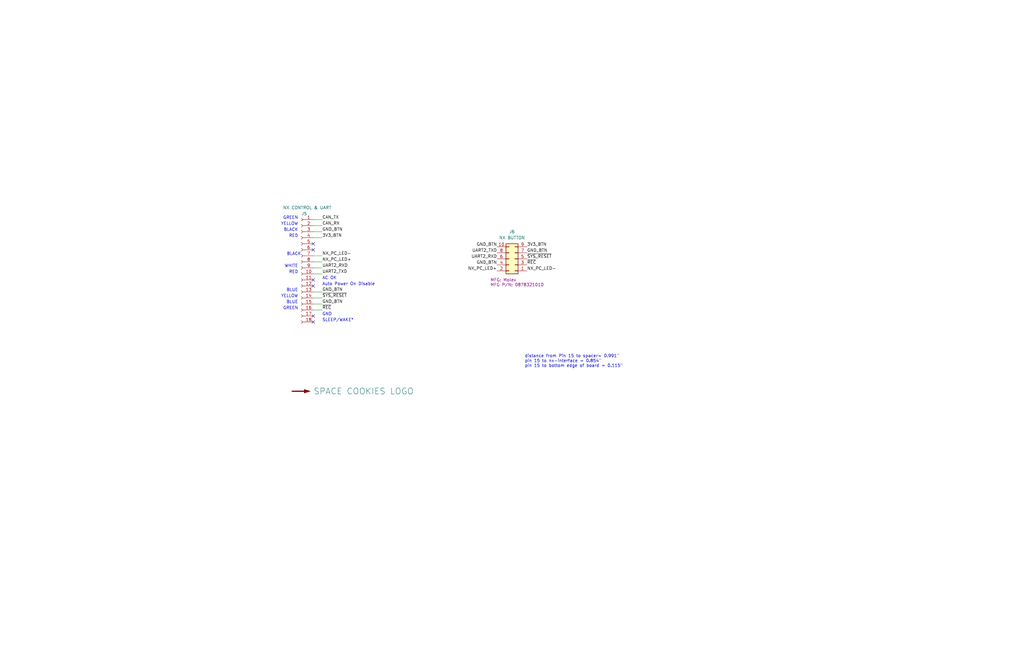
<source format=kicad_sch>
(kicad_sch (version 20250114) (generator "eeschema") (generator_version "9.0")
  (paper "B")
  (title_block (title "NX J401 Adapter") (date "2025-10-24") (rev "5"))
  (lib_symbols
    (symbol "Connector:Conn_01x18_Socket" (pin_names (offset 1.016) (hide yes))
      (property "Reference" "J" (at 0 22.86 0))
      (property "Value" "Conn_01x18_Socket" (at 0 -25.4 0))
      (symbol "Conn_01x18_Socket_1_1"
        (polyline (pts (xy -1.27 20.32) (xy -0.508 20.32)) (stroke (width 0.1524)))
        (polyline (pts (xy -1.27 17.78) (xy -0.508 17.78)) (stroke (width 0.1524)))
        (polyline (pts (xy -1.27 15.24) (xy -0.508 15.24)) (stroke (width 0.1524)))
        (polyline (pts (xy -1.27 12.7) (xy -0.508 12.7)) (stroke (width 0.1524)))
        (polyline (pts (xy -1.27 10.16) (xy -0.508 10.16)) (stroke (width 0.1524)))
        (polyline (pts (xy -1.27 7.62) (xy -0.508 7.62)) (stroke (width 0.1524)))
        (polyline (pts (xy -1.27 5.08) (xy -0.508 5.08)) (stroke (width 0.1524)))
        (polyline (pts (xy -1.27 2.54) (xy -0.508 2.54)) (stroke (width 0.1524)))
        (polyline (pts (xy -1.27 0) (xy -0.508 0)) (stroke (width 0.1524)))
        (polyline (pts (xy -1.27 -2.54) (xy -0.508 -2.54)) (stroke (width 0.1524)))
        (polyline (pts (xy -1.27 -5.08) (xy -0.508 -5.08)) (stroke (width 0.1524)))
        (polyline (pts (xy -1.27 -7.62) (xy -0.508 -7.62)) (stroke (width 0.1524)))
        (polyline (pts (xy -1.27 -10.16) (xy -0.508 -10.16)) (stroke (width 0.1524)))
        (polyline (pts (xy -1.27 -12.7) (xy -0.508 -12.7)) (stroke (width 0.1524)))
        (polyline (pts (xy -1.27 -15.24) (xy -0.508 -15.24)) (stroke (width 0.1524)))
        (polyline (pts (xy -1.27 -17.78) (xy -0.508 -17.78)) (stroke (width 0.1524)))
        (polyline (pts (xy -1.27 -20.32) (xy -0.508 -20.32)) (stroke (width 0.1524)))
        (polyline (pts (xy -1.27 -22.86) (xy -0.508 -22.86)) (stroke (width 0.1524)))
        (arc (start 0 19.812) (mid -0.5058 20.32) (end 0 20.828) (stroke (width 0.1524)))
        (arc (start 0 17.272) (mid -0.5058 17.78) (end 0 18.288) (stroke (width 0.1524)))
        (arc (start 0 14.732) (mid -0.5058 15.24) (end 0 15.748) (stroke (width 0.1524)))
        (arc (start 0 12.192) (mid -0.5058 12.7) (end 0 13.208) (stroke (width 0.1524)))
        (arc (start 0 9.652) (mid -0.5058 10.16) (end 0 10.668) (stroke (width 0.1524)))
        (arc (start 0 7.112) (mid -0.5058 7.62) (end 0 8.128) (stroke (width 0.1524)))
        (arc (start 0 4.572) (mid -0.5058 5.08) (end 0 5.588) (stroke (width 0.1524)))
        (arc (start 0 2.032) (mid -0.5058 2.54) (end 0 3.048) (stroke (width 0.1524)))
        (arc (start 0 -0.508) (mid -0.5058 0) (end 0 0.508) (stroke (width 0.1524)))
        (arc (start 0 -3.048) (mid -0.5058 -2.54) (end 0 -2.032) (stroke (width 0.1524)))
        (arc (start 0 -5.588) (mid -0.5058 -5.08) (end 0 -4.572) (stroke (width 0.1524)))
        (arc (start 0 -8.128) (mid -0.5058 -7.62) (end 0 -7.112) (stroke (width 0.1524)))
        (arc (start 0 -10.668) (mid -0.5058 -10.16) (end 0 -9.652) (stroke (width 0.1524)))
        (arc (start 0 -13.208) (mid -0.5058 -12.7) (end 0 -12.192) (stroke (width 0.1524)))
        (arc (start 0 -15.748) (mid -0.5058 -15.24) (end 0 -14.732) (stroke (width 0.1524)))
        (arc (start 0 -18.288) (mid -0.5058 -17.78) (end 0 -17.272) (stroke (width 0.1524)))
        (arc (start 0 -20.828) (mid -0.5058 -20.32) (end 0 -19.812) (stroke (width 0.1524)))
        (arc (start 0 -23.368) (mid -0.5058 -22.86) (end 0 -22.352) (stroke (width 0.1524)))
        (pin passive line (at -5.08 20.32 0) (length 3.81) (name "Pin_1") (number "1"))
        (pin passive line (at -5.08 17.78 0) (length 3.81) (name "Pin_2") (number "2"))
        (pin passive line (at -5.08 15.24 0) (length 3.81) (name "Pin_3") (number "3"))
        (pin passive line (at -5.08 12.7 0) (length 3.81) (name "Pin_4") (number "4"))
        (pin passive line (at -5.08 10.16 0) (length 3.81) (name "Pin_5") (number "5"))
        (pin passive line (at -5.08 7.62 0) (length 3.81) (name "Pin_6") (number "6"))
        (pin passive line (at -5.08 5.08 0) (length 3.81) (name "Pin_7") (number "7"))
        (pin passive line (at -5.08 2.54 0) (length 3.81) (name "Pin_8") (number "8"))
        (pin passive line (at -5.08 0 0) (length 3.81) (name "Pin_9") (number "9"))
        (pin passive line (at -5.08 -2.54 0) (length 3.81) (name "Pin_10") (number "10"))
        (pin passive line (at -5.08 -5.08 0) (length 3.81) (name "Pin_11") (number "11"))
        (pin passive line (at -5.08 -7.62 0) (length 3.81) (name "Pin_12") (number "12"))
        (pin passive line (at -5.08 -10.16 0) (length 3.81) (name "Pin_13") (number "13"))
        (pin passive line (at -5.08 -12.7 0) (length 3.81) (name "Pin_14") (number "14"))
        (pin passive line (at -5.08 -15.24 0) (length 3.81) (name "Pin_15") (number "15"))
        (pin passive line (at -5.08 -17.78 0) (length 3.81) (name "Pin_16") (number "16"))
        (pin passive line (at -5.08 -20.32 0) (length 3.81) (name "Pin_17") (number "17"))
        (pin passive line (at -5.08 -22.86 0) (length 3.81) (name "Pin_18") (number "18"))
      )
    )
    (symbol "Connector_Generic:Conn_02x05_Odd_Even" (pin_names (offset 1.016) (hide yes))
      (property "Reference" "J" (at 1.27 7.62 0))
      (property "Value" "Conn_02x05_Odd_Even" (at 1.27 -7.62 0))
      (symbol "Conn_02x05_Odd_Even_1_1"
        (rectangle (start -1.27 6.35) (end 3.81 -6.35) (stroke (width 0.254)) (fill (type background)))
        (rectangle (start -1.27 5.207) (end 0 4.953) (stroke (width 0.1524)))
        (rectangle (start -1.27 2.667) (end 0 2.413) (stroke (width 0.1524)))
        (rectangle (start -1.27 0.127) (end 0 -0.127) (stroke (width 0.1524)))
        (rectangle (start -1.27 -2.413) (end 0 -2.667) (stroke (width 0.1524)))
        (rectangle (start -1.27 -4.953) (end 0 -5.207) (stroke (width 0.1524)))
        (rectangle (start 3.81 5.207) (end 2.54 4.953) (stroke (width 0.1524)))
        (rectangle (start 3.81 2.667) (end 2.54 2.413) (stroke (width 0.1524)))
        (rectangle (start 3.81 0.127) (end 2.54 -0.127) (stroke (width 0.1524)))
        (rectangle (start 3.81 -2.413) (end 2.54 -2.667) (stroke (width 0.1524)))
        (rectangle (start 3.81 -4.953) (end 2.54 -5.207) (stroke (width 0.1524)))
        (pin passive line (at -5.08 5.08 0) (length 3.81) (name "Pin_1") (number "1"))
        (pin passive line (at -5.08 2.54 0) (length 3.81) (name "Pin_3") (number "3"))
        (pin passive line (at -5.08 0 0) (length 3.81) (name "Pin_5") (number "5"))
        (pin passive line (at -5.08 -2.54 0) (length 3.81) (name "Pin_7") (number "7"))
        (pin passive line (at -5.08 -5.08 0) (length 3.81) (name "Pin_9") (number "9"))
        (pin passive line (at 7.62 5.08 180) (length 3.81) (name "Pin_2") (number "2"))
        (pin passive line (at 7.62 2.54 180) (length 3.81) (name "Pin_4") (number "4"))
        (pin passive line (at 7.62 0 180) (length 3.81) (name "Pin_6") (number "6"))
        (pin passive line (at 7.62 -2.54 180) (length 3.81) (name "Pin_8") (number "8"))
        (pin passive line (at 7.62 -5.08 180) (length 3.81) (name "Pin_10") (number "10"))
      )
    )
    (symbol "Graphic:SYM_Arrow_Large" (in_bom no) (on_board no)
      (symbol "SYM_Arrow_Large_0_1"
        (polyline (pts (xy 2.54 0) (xy -3.81 0)) (stroke (width 0.508)))
        (polyline (pts (xy 3.81 0) (xy 1.27 -0.762) (xy 1.27 0.762) (xy 3.81 0)) (fill (type outline)))
      )
    )
  )
  (text "BLACK" (at 125.73 97.79 0) (effects (font (size 1.27 1.27)) (justify right bottom)))
  (text "YELLOW" (at 125.73 125.73 0) (effects (font (size 1.27 1.27)) (justify right bottom)))
  (text "BLUE" (at 125.73 123.19 0) (effects (font (size 1.27 1.27)) (justify right bottom)))
  (text "RED" (at 125.73 115.57 0) (effects (font (size 1.27 1.27)) (justify right bottom)))
  (text "AC OK" (at 135.89 118.11 0) (effects (font (size 1.27 1.27)) (justify left bottom)))
  (text "GND" (at 135.89 133.35 0) (effects (font (size 1.27 1.27)) (justify left bottom)))
  (text "YELLOW" (at 125.73 95.25 0) (effects (font (size 1.27 1.27)) (justify right bottom)))
  (text "RED" (at 125.73 100.33 0) (effects (font (size 1.27 1.27)) (justify right bottom)))
  (text "Auto Power On Disable" (at 135.89 120.65 0) (effects (font (size 1.27 1.27)) (justify left bottom)))
  (text "BLUE" (at 125.73 128.27 0) (effects (font (size 1.27 1.27)) (justify right bottom)))
  (text "SLEEP/WAKE*" (at 135.89 135.89 0) (effects (font (size 1.27 1.27)) (justify left bottom)))
  (text "GREEN" (at 125.73 92.71 0) (effects (font (size 1.27 1.27)) (justify right bottom)))
  (text "distance from Pin 15 to spacer= 0.991\"\npin 15 to nx-interface = 0.854\"\npin 15 to bottom edge of board = 0.115\"" (at 221.234 152.4 0) (effects (font (size 1.27 1.27)) (justify left)))
  (text "BLACK" (at 127 107.95 0) (effects (font (size 1.27 1.27)) (justify right bottom)))
  (text "GREEN" (at 125.73 130.81 0) (effects (font (size 1.27 1.27)) (justify right bottom)))
  (text "WHITE" (at 125.73 113.03 0) (effects (font (size 1.27 1.27)) (justify right bottom)))
  (no_connect (at 132.08 135.89))
  (no_connect (at 132.08 118.11))
  (no_connect (at 132.08 133.35))
  (no_connect (at 132.08 120.65))
  (no_connect (at 132.08 102.87))
  (no_connect (at 132.08 105.41))
  (wire (pts (xy 135.89 113.03) (xy 132.08 113.03)))
  (wire (pts (xy 135.89 100.33) (xy 132.08 100.33)))
  (wire (pts (xy 135.89 123.19) (xy 132.08 123.19)))
  (wire (pts (xy 135.89 130.81) (xy 132.08 130.81)))
  (wire (pts (xy 132.08 110.49) (xy 135.89 110.49)))
  (wire (pts (xy 135.89 128.27) (xy 132.08 128.27)))
  (wire (pts (xy 135.89 125.73) (xy 132.08 125.73)))
  (wire (pts (xy 135.89 92.71) (xy 132.08 92.71)))
  (wire (pts (xy 135.89 107.95) (xy 132.08 107.95)))
  (wire (pts (xy 135.89 97.79) (xy 132.08 97.79)))
  (wire (pts (xy 135.89 95.25) (xy 132.08 95.25)))
  (wire (pts (xy 135.89 115.57) (xy 132.08 115.57)))
  (label "~{SYS_RESET}" (at 222.25 109.22 0))
  (label "GND_BTN" (at 135.89 123.19 0))
  (label "NX_PC_LED+" (at 209.55 114.3 180))
  (label "NX_PC_LED+" (at 135.89 110.49 0))
  (label "~{REC}" (at 222.25 111.76 0))
  (label "UART2_RXD" (at 209.55 109.22 180))
  (label "3V3_BTN" (at 135.89 100.33 0))
  (label "~{SYS_RESET}" (at 135.89 125.73 0))
  (label "3V3_BTN" (at 222.25 104.14 0))
  (label "UART2_TXD" (at 209.55 106.68 180))
  (label "GND_BTN" (at 209.55 104.14 180))
  (label "CAN_TX" (at 135.89 92.71 0))
  (label "CAN_RX" (at 135.89 95.25 0))
  (label "UART2_TXD" (at 135.89 115.57 0))
  (label "GND_BTN" (at 135.89 128.27 0))
  (label "NX_PC_LED-" (at 222.25 114.3 0))
  (label "GND_BTN" (at 135.89 97.79 0))
  (label "GND_BTN" (at 222.25 106.68 0))
  (label "GND_BTN" (at 209.55 111.76 180))
  (label "NX_PC_LED-" (at 135.89 107.95 0))
  (label "~{REC}" (at 135.89 130.81 0))
  (label "UART2_RXD" (at 135.89 113.03 0))
  (symbol (lib_id "Connector:Conn_01x18_Socket") (at 127 113.03 0) (mirror y) (unit 1)
    (property "Reference" "J5" (at 128.27 90.17 0))
    (property "Value" "NX CONTROL & UART" (at 129.54 87.63 0))
    (property "Footprint" "Connector_PinSocket_2.54mm:PinSocket_1x18_P2.54mm_Vertical" (effects (hide yes)))
    (property "Datasheet" "Components/Sullins-Female_Headers.100_DS.pdf" (effects (hide yes)))
    (property "MFG" "Sullins Connector Solutions" (effects (hide yes)))
    (property "MFG P/N" "PPTC181LFBN-RC" (effects (hide yes)))
    (property "DIST" "Digikey" (effects (hide yes)))
    (property "DIST P/N" "S7016-ND" (effects (hide yes)))
  )
  (symbol (lib_id "Connector_Generic:Conn_02x05_Odd_Even") (at 217.17 109.22 180) (unit 1)
    (property "Reference" "J6" (at 215.9 97.79 0))
    (property "Value" "NX BUTTON" (at 215.9 100.33 0))
    (property "Footprint" "NX-J401-Adapter:Molex-878321010" (effects (hide yes)))
    (property "Datasheet" "Components/Molex-878321010_sd.pdf" (effects (hide yes)))
    (property "Description" "Generic connector, double row, 02x05, odd/even pin numbering scheme (row 1 odd numbers, row 2 even numbers), script generated (kicad-library-utils/schlib/autogen/connector/)" (effects (hide yes)))
    (property "MFG" "Molex" (at 206.756 118.11 0) (show_name yes) (effects (justify right)))
    (property "MFG P/N" "0878321010" (at 206.756 120.142 0) (show_name yes) (effects (justify right)))
    (property "DIST" "Digikey" (effects (hide yes)))
    (property "DIST P/N" "WM4227-ND" (effects (hide yes)))
  )
  (symbol (lib_id "Graphic:SYM_Arrow_Large") (at 127 165.1 0) (unit 1) (in_bom no)
    (property "Reference" "LOGO2" (effects (hide yes)))
    (property "Value" "SPACE COOKIES LOGO" (at 132.08 165.1 0) (effects (font (size 2.54 2.54)) (justify left)))
    (property "Footprint" "NX-J401-Adapter:SPACE_COOKIES_LOGO_15mm" (effects (hide yes)))
  )
)
</source>
